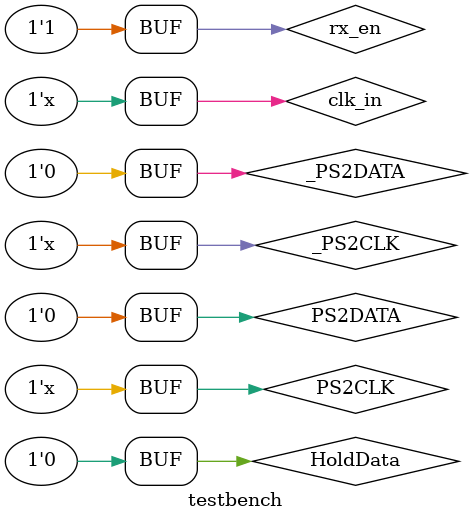
<source format=v>
`timescale 1us / 1ns
module testbench(
    );

/* 
reset - S7
rx_en - S1
hold_data	- S0
rx_complete	-	L0
ps2clk		-	DL0
ps2data		-	DL1
*/

reg clk_in,HoldData,rx_en,_PS2CLK,_PS2DATA;
wire PS2CLK,PS2DATA;
wire RX_complete;
wire[3:0] state;

assign PS2CLK = _PS2CLK;
assign PS2DATA = _PS2DATA;

main DUT(
		.clk(clk_in),
		.switch({6'b0,rx_en,HoldData}),
		.led({RX_complete}),
		.datalink({PS2DATA,PS2CLK}),
		.state(state)
    );
	
always #1 clk_in = ~clk_in; 

always #50 _PS2CLK = ~_PS2CLK; 
	
initial begin
clk_in = 1'b1;
rx_en = 1'b1;
HoldData = 1'b1;
_PS2DATA = 1'b0;
_PS2CLK = 1'b0;
#10000 HoldData = 1'b0;
//$monitor("%d",RX_complete);
end
endmodule

</source>
